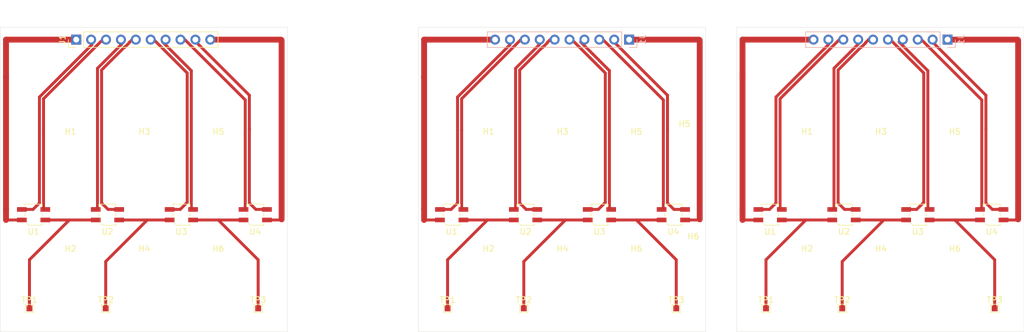
<source format=kicad_pcb>
(kicad_pcb (version 20211014) (generator pcbnew)
  (layers (0 "F.Cu" signal) (31 "B.Cu" signal) (34 "B.Paste" user) (35 "F.Paste" user) (36 "B.SilkS" user "B.Silkscreen") (37 "F.SilkS" user "F.Silkscreen") (38 "B.Mask" user) (39 "F.Mask" user) (44 "Edge.Cuts" user))
  (net 0 "")
  (net 1 "/NEG")
  (net 2 "/E4")
  (net 3 "/C4")
  (net 4 "/E3")
  (net 5 "/C3")
  (net 6 "/E2")
  (net 7 "/E1")
  (net 8 "/C1")
  (net 9 "/POS")
  (net 10 "Net-(TP1-Pad1)")
  (net 11 "Net-(TP2-Pad1)")
  (net 12 "Net-(TP3-Pad1)")
  (net 13 "Net-(U2-Pad3)")
  (footprint "OptoDevice:QRE1113GR" (layer "F.Cu") (at 135.8 92.3)
    (fp_text reference "U1" (at 0 2.9 unlocked) (layer "F.SilkS"))
    (fp_text value "QRE1113GR")
    (fp_line (start -1.45 -1.8) (end -1.45 -1.4) (layer "F.SilkS") (width 0.12))
    (fp_line (start -1.45 -1.8) (end 1.45 -1.8) (layer "F.SilkS") (width 0.12))
    (fp_line (start 1.45 -1.8) (end 1.45 -1.4) (layer "F.SilkS") (width 0.12))
    (fp_line (start 1.45 1.4) (end 1.45 1.8) (layer "F.SilkS") (width 0.12))
    (fp_line (start -0.825 1.8) (end -1.2 1.425) (layer "F.SilkS") (width 0.12))
    (fp_line (start -1.45 -0.3) (end -1.45 0.3) (layer "F.SilkS") (width 0.12))
    (fp_line (start 1.45 -0.3) (end 1.45 0.3) (layer "F.SilkS") (width 0.12))
    (fp_line (start 1.45 1.8) (end -0.825 1.8) (layer "F.SilkS") (width 0.12))
    (pad "1" smd roundrect (at -2 0.9) (size 1.66 0.79) (layers "F.Cu" "F.Paste" "F.Mask") (roundrect_rratio 0.05) (net 9 "/POS"))
    (pad "2" smd roundrect (at 2 0.9) (size 1.66 0.79) (layers "F.Cu" "F.Paste" "F.Mask") (roundrect_rratio 0.05) (net 10 "Net-(TP1-Pad1)"))
    (pad "3" smd roundrect (at 2 -0.9) (size 1.66 0.79) (layers "F.Cu" "F.Paste" "F.Mask") (roundrect_rratio 0.05) (net 8 "/C1"))
    (pad "4" smd roundrect (at -2 -0.9) (size 1.66 0.79) (layers "F.Cu" "F.Paste" "F.Mask") (roundrect_rratio 0.05) (net 7 "/E1"))
  )
  (footprint "TestPoint:TestPoint_Pad_1.0x1.0mm" (layer "F.Cu") (at 148.1 108.3)
    (fp_text reference "TP2" (at 0 -1.448) (layer "F.SilkS"))
    (fp_text value "TestPoint")
    (fp_line (start 0.7 0.7) (end -0.7 0.7) (layer "F.SilkS") (width 0.12))
    (fp_line (start 0.7 -0.7) (end 0.7 0.7) (layer "F.SilkS") (width 0.12))
    (fp_line (start -0.7 -0.7) (end 0.7 -0.7) (layer "F.SilkS") (width 0.12))
    (fp_line (start -0.7 0.7) (end -0.7 -0.7) (layer "F.SilkS") (width 0.12))
    (pad "1" smd rect locked (at 0 0) (size 1 1) (layers "F.Cu" "F.Mask") (net 11 "Net-(TP2-Pad1)"))
  )
  (footprint "Mounting_Holes:MountingHole_3.2mm_M3" (layer "F.Cu") (at 142.1 102.3)
    (fp_text reference "H2" (at 0 -4.2) (layer "F.SilkS"))
    (fp_text value "MountingHole")
    (pad "" np_thru_hole circle (at 0 0) (size 3.2 3.2) (drill 3.2) (layers *.Cu *.Mask))
  )
  (footprint "TestPoint:TestPoint_Pad_1.0x1.0mm" (layer "F.Cu") (at 63.8 108.3)
    (fp_text reference "TP1" (at 0 -1.448) (layer "F.SilkS"))
    (fp_text value "TestPoint")
    (fp_line (start 0.7 0.7) (end -0.7 0.7) (layer "F.SilkS") (width 0.12))
    (fp_line (start 0.7 -0.7) (end 0.7 0.7) (layer "F.SilkS") (width 0.12))
    (fp_line (start -0.7 0.7) (end -0.7 -0.7) (layer "F.SilkS") (width 0.12))
    (fp_line (start -0.7 -0.7) (end 0.7 -0.7) (layer "F.SilkS") (width 0.12))
    (pad "1" smd rect locked (at 0 0) (size 1 1) (layers "F.Cu" "F.Mask") (net 10 "Net-(TP1-Pad1)"))
  )
  (footprint "Mounting_Holes:MountingHole_3.2mm_M3" (layer "F.Cu") (at 96 82.3)
    (fp_text reference "H5" (at 0 -4.2) (layer "F.SilkS"))
    (fp_text value "MountingHole")
    (pad "" np_thru_hole circle (at 0 0) (size 3.2 3.2) (drill 3.2) (layers *.Cu *.Mask))
  )
  (footprint "Mounting_Holes:MountingHole_3.2mm_M3" (layer "F.Cu") (at 167.3 102.3)
    (fp_text reference "H6" (at 0 -4.2) (layer "F.SilkS"))
    (fp_text value "MountingHole")
    (pad "" np_thru_hole circle (at 0 0) (size 3.2 3.2) (drill 3.2) (layers *.Cu *.Mask))
  )
  (footprint "Mounting_Holes:MountingHole_3.2mm_M3" (layer "F.Cu") (at 221.6 102.3)
    (fp_text reference "H6" (at 0 -4.2) (layer "F.SilkS"))
    (fp_text value "MountingHole")
    (pad "" np_thru_hole circle (at 0 0) (size 3.2 3.2) (drill 3.2) (layers *.Cu *.Mask))
  )
  (footprint "OptoDevice:QRE1113GR" (layer "F.Cu") (at 215.3 92.3)
    (fp_text reference "U3" (at 0 2.9 unlocked) (layer "F.SilkS"))
    (fp_text value "QRE1113GR")
    (fp_line (start 1.45 1.4) (end 1.45 1.8) (layer "F.SilkS") (width 0.12))
    (fp_line (start 1.45 -1.8) (end 1.45 -1.4) (layer "F.SilkS") (width 0.12))
    (fp_line (start 1.45 -0.3) (end 1.45 0.3) (layer "F.SilkS") (width 0.12))
    (fp_line (start 1.45 1.8) (end -0.825 1.8) (layer "F.SilkS") (width 0.12))
    (fp_line (start -1.45 -0.3) (end -1.45 0.3) (layer "F.SilkS") (width 0.12))
    (fp_line (start -1.45 -1.8) (end -1.45 -1.4) (layer "F.SilkS") (width 0.12))
    (fp_line (start -1.45 -1.8) (end 1.45 -1.8) (layer "F.SilkS") (width 0.12))
    (fp_line (start -0.825 1.8) (end -1.2 1.425) (layer "F.SilkS") (width 0.12))
    (pad "1" smd roundrect (at -2 0.9) (size 1.66 0.79) (layers "F.Cu" "F.Paste" "F.Mask") (roundrect_rratio 0.05) (net 11 "Net-(TP2-Pad1)"))
    (pad "2" smd roundrect (at 2 0.9) (size 1.66 0.79) (layers "F.Cu" "F.Paste" "F.Mask") (roundrect_rratio 0.05) (net 12 "Net-(TP3-Pad1)"))
    (pad "3" smd roundrect (at 2 -0.9) (size 1.66 0.79) (layers "F.Cu" "F.Paste" "F.Mask") (roundrect_rratio 0.05) (net 5 "/C3"))
    (pad "4" smd roundrect (at -2 -0.9) (size 1.66 0.79) (layers "F.Cu" "F.Paste" "F.Mask") (roundrect_rratio 0.05) (net 4 "/E3"))
  )
  (footprint "Mounting_Holes:MountingHole_3.2mm_M3" (layer "F.Cu") (at 70.8 82.3)
    (fp_text reference "H1" (at 0 -4.2) (layer "F.SilkS"))
    (fp_text value "MountingHole")
    (pad "" np_thru_hole circle (at 0 0) (size 3.2 3.2) (drill 3.2) (layers *.Cu *.Mask))
  )
  (footprint "TestPoint:TestPoint_Pad_1.0x1.0mm" (layer "F.Cu") (at 76.8 108.3)
    (fp_text reference "TP2" (at 0 -1.448) (layer "F.SilkS"))
    (fp_text value "TestPoint")
    (fp_line (start -0.7 -0.7) (end 0.7 -0.7) (layer "F.SilkS") (width 0.12))
    (fp_line (start -0.7 0.7) (end -0.7 -0.7) (layer "F.SilkS") (width 0.12))
    (fp_line (start 0.7 0.7) (end -0.7 0.7) (layer "F.SilkS") (width 0.12))
    (fp_line (start 0.7 -0.7) (end 0.7 0.7) (layer "F.SilkS") (width 0.12))
    (pad "1" smd rect locked (at 0 0) (size 1 1) (layers "F.Cu" "F.Mask") (net 11 "Net-(TP2-Pad1)"))
  )
  (footprint "Connector_PinHeader_2.54mm:PinHeader_1x10_P2.54mm_Vertical" (layer "F.Cu") (at 71.775 62.4 90)
    (fp_text reference "J1" (at 0 -2.33 90) (layer "F.SilkS"))
    (fp_text value "Conn_01x10_Male")
    (fp_line (start -1.33 -1.33) (end 0 -1.33) (layer "F.SilkS") (width 0.12))
    (fp_line (start 1.33 1.27) (end 1.33 24.19) (layer "F.SilkS") (width 0.12))
    (fp_line (start -1.33 24.19) (end 1.33 24.19) (layer "F.SilkS") (width 0.12))
    (fp_line (start -1.33 0) (end -1.33 -1.33) (layer "F.SilkS") (width 0.12))
    (fp_line (start -1.33 1.27) (end -1.33 24.19) (layer "F.SilkS") (width 0.12))
    (fp_line (start -1.33 1.27) (end 1.33 1.27) (layer "F.SilkS") (width 0.12))
    (pad "1" thru_hole rect (at 0 0 90) (size 1.7 1.7) (drill 1) (layers *.Cu *.Mask) (net 1 "/NEG"))
    (pad "2" thru_hole oval (at 0 2.54 90) (size 1.7 1.7) (drill 1) (layers *.Cu *.Mask) (net 3 "/C4"))
    (pad "3" thru_hole oval (at 0 5.08 90) (size 1.7 1.7) (drill 1) (layers *.Cu *.Mask) (net 2 "/E4"))
    (pad "4" thru_hole oval (at 0 7.62 90) (size 1.7 1.7) (drill 1) (layers *.Cu *.Mask) (net 5 "/C3"))
    (pad "5" thru_hole oval (at 0 10.16 90) (size 1.7 1.7) (drill 1) (layers *.Cu *.Mask) (net 4 "/E3"))
    (pad "6" thru_hole oval (at 0 12.7 90) (size 1.7 1.7) (drill 1) (layers *.Cu *.Mask) (net 13 "Net-(U2-Pad3)"))
    (pad "7" thru_hole oval (at 0 15.24 90) (size 1.7 1.7) (drill 1) (layers *.Cu *.Mask) (net 6 "/E2"))
    (pad "8" thru_hole oval (at 0 17.78 90) (size 1.7 1.7) (drill 1) (layers *.Cu *.Mask) (net 8 "/C1"))
    (pad "9" thru_hole oval (at 0 20.32 90) (size 1.7 1.7) (drill 1) (layers *.Cu *.Mask) (net 7 "/E1"))
    (pad "10" thru_hole oval (at 0 22.86 90) (size 1.7 1.7) (drill 1) (layers *.Cu *.Mask) (net 9 "/POS"))
  )
  (footprint "OptoDevice:QRE1113GR" (layer "F.Cu") (at 161 92.3)
    (fp_text reference "U3" (at 0 2.9 unlocked) (layer "F.SilkS"))
    (fp_text value "QRE1113GR")
    (fp_line (start -0.825 1.8) (end -1.2 1.425) (layer "F.SilkS") (width 0.12))
    (fp_line (start 1.45 -0.3) (end 1.45 0.3) (layer "F.SilkS") (width 0.12))
    (fp_line (start -1.45 -1.8) (end 1.45 -1.8) (layer "F.SilkS") (width 0.12))
    (fp_line (start 1.45 1.8) (end -0.825 1.8) (layer "F.SilkS") (width 0.12))
    (fp_line (start 1.45 1.4) (end 1.45 1.8) (layer "F.SilkS") (width 0.12))
    (fp_line (start -1.45 -1.8) (end -1.45 -1.4) (layer "F.SilkS") (width 0.12))
    (fp_line (start 1.45 -1.8) (end 1.45 -1.4) (layer "F.SilkS") (width 0.12))
    (fp_line (start -1.45 -0.3) (end -1.45 0.3) (layer "F.SilkS") (width 0.12))
    (pad "1" smd roundrect (at -2 0.9) (size 1.66 0.79) (layers "F.Cu" "F.Paste" "F.Mask") (roundrect_rratio 0.05) (net 11 "Net-(TP2-Pad1)"))
    (pad "2" smd roundrect (at 2 0.9) (size 1.66 0.79) (layers "F.Cu" "F.Paste" "F.Mask") (roundrect_rratio 0.05) (net 12 "Net-(TP3-Pad1)"))
    (pad "3" smd roundrect (at 2 -0.9) (size 1.66 0.79) (layers "F.Cu" "F.Paste" "F.Mask") (roundrect_rratio 0.05) (net 5 "/C3"))
    (pad "4" smd roundrect (at -2 -0.9) (size 1.66 0.79) (layers "F.Cu" "F.Paste" "F.Mask") (roundrect_rratio 0.05) (net 4 "/E3"))
  )
  (footprint "OptoDevice:QRE1113GR" (layer "F.Cu") (at 227.9 92.3)
    (fp_text reference "U4" (at 0 2.9 unlocked) (layer "F.SilkS"))
    (fp_text value "QRE1113GR")
    (fp_line (start 1.45 1.4) (end 1.45 1.8) (layer "F.SilkS") (width 0.12))
    (fp_line (start -0.825 1.8) (end -1.2 1.425) (layer "F.SilkS") (width 0.12))
    (fp_line (start -1.45 -0.3) (end -1.45 0.3) (layer "F.SilkS") (width 0.12))
    (fp_line (start 1.45 1.8) (end -0.825 1.8) (layer "F.SilkS") (width 0.12))
    (fp_line (start -1.45 -1.8) (end 1.45 -1.8) (layer "F.SilkS") (width 0.12))
    (fp_line (start 1.45 -1.8) (end 1.45 -1.4) (layer "F.SilkS") (width 0.12))
    (fp_line (start -1.45 -1.8) (end -1.45 -1.4) (layer "F.SilkS") (width 0.12))
    (fp_line (start 1.45 -0.3) (end 1.45 0.3) (layer "F.SilkS") (width 0.12))
    (pad "1" smd roundrect (at -2 0.9) (size 1.66 0.79) (layers "F.Cu" "F.Paste" "F.Mask") (roundrect_rratio 0.05) (net 12 "Net-(TP3-Pad1)"))
    (pad "2" smd roundrect (at 2 0.9) (size 1.66 0.79) (layers "F.Cu" "F.Paste" "F.Mask") (roundrect_rratio 0.05) (net 1 "/NEG"))
    (pad "3" smd roundrect (at 2 -0.9) (size 1.66 0.79) (layers "F.Cu" "F.Paste" "F.Mask") (roundrect_rratio 0.05) (net 3 "/C4"))
    (pad "4" smd roundrect (at -2 -0.9) (size 1.66 0.79) (layers "F.Cu" "F.Paste" "F.Mask") (roundrect_rratio 0.05) (net 2 "/E4"))
  )
  (footprint "Mounting_Holes:MountingHole_3.2mm_M3" (layer "F.Cu") (at 83.4 82.3)
    (fp_text reference "H3" (at 0 -4.2) (layer "F.SilkS"))
    (fp_text value "MountingHole")
    (pad "" np_thru_hole circle (at 0 0) (size 3.2 3.2) (drill 3.2) (layers *.Cu *.Mask))
  )
  (footprint "Mounting_Holes:MountingHole_3.2mm_M3" (layer "F.Cu") (at 154.7 102.3)
    (fp_text reference "H4" (at 0 -4.2) (layer "F.SilkS"))
    (fp_text value "MountingHole")
    (pad "" np_thru_hole circle (at 0 0) (size 3.2 3.2) (drill 3.2) (layers *.Cu *.Mask))
  )
  (footprint "OptoDevice:QRE1113GR" (layer "F.Cu") (at 173.6 92.3)
    (fp_text reference "U4" (at 0 2.9 unlocked) (layer "F.SilkS"))
    (fp_text value "QRE1113GR")
    (fp_line (start 1.45 1.4) (end 1.45 1.8) (layer "F.SilkS") (width 0.12))
    (fp_line (start -1.45 -0.3) (end -1.45 0.3) (layer "F.SilkS") (width 0.12))
    (fp_line (start 1.45 1.8) (end -0.825 1.8) (layer "F.SilkS") (width 0.12))
    (fp_line (start 1.45 -0.3) (end 1.45 0.3) (layer "F.SilkS") (width 0.12))
    (fp_line (start -1.45 -1.8) (end 1.45 -1.8) (layer "F.SilkS") (width 0.12))
    (fp_line (start -1.45 -1.8) (end -1.45 -1.4) (layer "F.SilkS") (width 0.12))
    (fp_line (start 1.45 -1.8) (end 1.45 -1.4) (layer "F.SilkS") (width 0.12))
    (fp_line (start -0.825 1.8) (end -1.2 1.425) (layer "F.SilkS") (width 0.12))
    (pad "1" smd roundrect (at -2 0.9) (size 1.66 0.79) (layers "F.Cu" "F.Paste" "F.Mask") (roundrect_rratio 0.05) (net 12 "Net-(TP3-Pad1)"))
    (pad "2" smd roundrect (at 2 0.9) (size 1.66 0.79) (layers "F.Cu" "F.Paste" "F.Mask") (roundrect_rratio 0.05) (net 1 "/NEG"))
    (pad "3" smd roundrect (at 2 -0.9) (size 1.66 0.79) (layers "F.Cu" "F.Paste" "F.Mask") (roundrect_rratio 0.05) (net 3 "/C4"))
    (pad "4" smd roundrect (at -2 -0.9) (size 1.66 0.79) (layers "F.Cu" "F.Paste" "F.Mask") (roundrect_rratio 0.05) (net 2 "/E4"))
  )
  (footprint "TestPoint:TestPoint_Pad_1.0x1.0mm" (layer "F.Cu") (at 189.4 108.3)
    (fp_text reference "TP1" (at 0 -1.448) (layer "F.SilkS"))
    (fp_text value "TestPoint")
    (fp_line (start 0.7 0.7) (end -0.7 0.7) (layer "F.SilkS") (width 0.12))
    (fp_line (start -0.7 0.7) (end -0.7 -0.7) (layer "F.SilkS") (width 0.12))
    (fp_line (start 0.7 -0.7) (end 0.7 0.7) (layer "F.SilkS") (width 0.12))
    (fp_line (start -0.7 -0.7) (end 0.7 -0.7) (layer "F.SilkS") (width 0.12))
    (pad "1" smd rect locked (at 0 0) (size 1 1) (layers "F.Cu" "F.Mask") (net 10 "Net-(TP1-Pad1)"))
  )
  (footprint "TestPoint:TestPoint_Pad_1.0x1.0mm" (layer "F.Cu") (at 174.1 108.3)
    (fp_text reference "TP3" (at 0 -1.448) (layer "F.SilkS"))
    (fp_text value "TestPoint")
    (fp_line (start 0.7 0.7) (end -0.7 0.7) (layer "F.SilkS") (width 0.12))
    (fp_line (start 0.7 -0.7) (end 0.7 0.7) (layer "F.SilkS") (width 0.12))
    (fp_line (start -0.7 -0.7) (end 0.7 -0.7) (layer "F.SilkS") (width 0.12))
    (fp_line (start -0.7 0.7) (end -0.7 -0.7) (layer "F.SilkS") (width 0.12))
    (pad "1" smd rect locked (at 0 0) (size 1 1) (layers "F.Cu" "F.Mask") (net 12 "Net-(TP3-Pad1)"))
  )
  (footprint "OptoDevice:QRE1113GR" (layer "F.Cu") (at 202.7 92.3)
    (fp_text reference "U2" (at 0 2.9 unlocked) (layer "F.SilkS"))
    (fp_text value "QRE1113GR")
    (fp_line (start 1.45 -1.8) (end 1.45 -1.4) (layer "F.SilkS") (width 0.12))
    (fp_line (start -1.45 -0.3) (end -1.45 0.3) (layer "F.SilkS") (width 0.12))
    (fp_line (start 1.45 -0.3) (end 1.45 0.3) (layer "F.SilkS") (width 0.12))
    (fp_line (start -1.45 -1.8) (end -1.45 -1.4) (layer "F.SilkS") (width 0.12))
    (fp_line (start 1.45 1.8) (end -0.825 1.8) (layer "F.SilkS") (width 0.12))
    (fp_line (start -0.825 1.8) (end -1.2 1.425) (layer "F.SilkS") (width 0.12))
    (fp_line (start -1.45 -1.8) (end 1.45 -1.8) (layer "F.SilkS") (width 0.12))
    (fp_line (start 1.45 1.4) (end 1.45 1.8) (layer "F.SilkS") (width 0.12))
    (pad "1" smd roundrect (at -2 0.9) (size 1.66 0.79) (layers "F.Cu" "F.Paste" "F.Mask") (roundrect_rratio 0.05) (net 10 "Net-(TP1-Pad1)"))
    (pad "2" smd roundrect (at 2 0.9) (size 1.66 0.79) (layers "F.Cu" "F.Paste" "F.Mask") (roundrect_rratio 0.05) (net 11 "Net-(TP2-Pad1)"))
    (pad "3" smd roundrect (at 2 -0.9) (size 1.66 0.79) (layers "F.Cu" "F.Paste" "F.Mask") (roundrect_rratio 0.05) (net 13 "Net-(U2-Pad3)"))
    (pad "4" smd roundrect (at -2 -0.9) (size 1.66 0.79) (layers "F.Cu" "F.Paste" "F.Mask") (roundrect_rratio 0.05) (net 6 "/E2"))
  )
  (footprint "Mounting_Holes:MountingHole_3.2mm_M3" (layer "F.Cu") (at 209 102.3)
    (fp_text reference "H4" (at 0 -4.2) (layer "F.SilkS"))
    (fp_text value "MountingHole")
    (pad "" np_thru_hole circle (at 0 0) (size 3.2 3.2) (drill 3.2) (layers *.Cu *.Mask))
  )
  (footprint "TestPoint:TestPoint_Pad_1.0x1.0mm" (layer "F.Cu") (at 135.1 108.3)
    (fp_text reference "TP1" (at 0 -1.448) (layer "F.SilkS"))
    (fp_text value "TestPoint")
    (fp_line (start 0.7 0.7) (end -0.7 0.7) (layer "F.SilkS") (width 0.12))
    (fp_line (start -0.7 -0.7) (end 0.7 -0.7) (layer "F.SilkS") (width 0.12))
    (fp_line (start -0.7 0.7) (end -0.7 -0.7) (layer "F.SilkS") (width 0.12))
    (fp_line (start 0.7 -0.7) (end 0.7 0.7) (layer "F.SilkS") (width 0.12))
    (pad "1" smd rect locked (at 0 0) (size 1 1) (layers "F.Cu" "F.Mask") (net 10 "Net-(TP1-Pad1)"))
  )
  (footprint "Mounting_Holes:MountingHole_3.2mm_M3" (layer "F.Cu") (at 96 102.3)
    (fp_text reference "H6" (at 0 -4.2) (layer "F.SilkS"))
    (fp_text value "MountingHole")
    (pad "" np_thru_hole circle (at 0 0) (size 3.2 3.2) (drill 3.2) (layers *.Cu *.Mask))
  )
  (footprint "OptoDevice:QRE1113GR" (layer "F.Cu") (at 77.1 92.3)
    (fp_text reference "U2" (at 0 2.9 unlocked) (layer "F.SilkS"))
    (fp_text value "QRE1113GR")
    (fp_line (start -1.45 -0.3) (end -1.45 0.3) (layer "F.SilkS") (width 0.12))
    (fp_line (start -0.825 1.8) (end -1.2 1.425) (layer "F.SilkS") (width 0.12))
    (fp_line (start 1.45 -0.3) (end 1.45 0.3) (layer "F.SilkS") (width 0.12))
    (fp_line (start 1.45 1.4) (end 1.45 1.8) (layer "F.SilkS") (width 0.12))
    (fp_line (start -1.45 -1.8) (end -1.45 -1.4) (layer "F.SilkS") (width 0.12))
    (fp_line (start 1.45 -1.8) (end 1.45 -1.4) (layer "F.SilkS") (width 0.12))
    (fp_line (start 1.45 1.8) (end -0.825 1.8) (layer "F.SilkS") (width 0.12))
    (fp_line (start -1.45 -1.8) (end 1.45 -1.8) (layer "F.SilkS") (width 0.12))
    (pad "1" smd roundrect (at -2 0.9) (size 1.66 0.79) (layers "F.Cu" "F.Paste" "F.Mask") (roundrect_rratio 0.05) (net 10 "Net-(TP1-Pad1)"))
    (pad "2" smd roundrect (at 2 0.9) (size 1.66 0.79) (layers "F.Cu" "F.Paste" "F.Mask") (roundrect_rratio 0.05) (net 11 "Net-(TP2-Pad1)"))
    (pad "3" smd roundrect (at 2 -0.9) (size 1.66 0.79) (layers "F.Cu" "F.Paste" "F.Mask") (roundrect_rratio 0.05) (net 13 "Net-(U2-Pad3)"))
    (pad "4" smd roundrect (at -2 -0.9) (size 1.66 0.79) (layers "F.Cu" "F.Paste" "F.Mask") (roundrect_rratio 0.05) (net 6 "/E2"))
  )
  (footprint "Mounting_Holes:MountingHole_3.2mm_M3" (layer "F.Cu") (at 221.6 82.3)
    (fp_text reference "H5" (at 0 -4.2) (layer "F.SilkS"))
    (fp_text value "MountingHole")
    (pad "" np_thru_hole circle (at 0 0) (size 3.2 3.2) (drill 3.2) (layers *.Cu *.Mask))
  )
  (footprint "OptoDevice:QRE1113GR" (layer "F.Cu") (at 64.5 92.3)
    (fp_text reference "U1" (at 0 2.9 unlocked) (layer "F.SilkS"))
    (fp_text value "QRE1113GR")
    (fp_line (start 1.45 1.4) (end 1.45 1.8) (layer "F.SilkS") (width 0.12))
    (fp_line (start -0.825 1.8) (end -1.2 1.425) (layer "F.SilkS") (width 0.12))
    (fp_line (start 1.45 -1.8) (end 1.45 -1.4) (layer "F.SilkS") (width 0.12))
    (fp_line (start 1.45 -0.3) (end 1.45 0.3) (layer "F.SilkS") (width 0.12))
    (fp_line (start 1.45 1.8) (end -0.825 1.8) (layer "F.SilkS") (width 0.12))
    (fp_line (start -1.45 -0.3) (end -1.45 0.3) (layer "F.SilkS") (width 0.12))
    (fp_line (start -1.45 -1.8) (end 1.45 -1.8) (layer "F.SilkS") (width 0.12))
    (fp_line (start -1.45 -1.8) (end -1.45 -1.4) (layer "F.SilkS") (width 0.12))
    (pad "1" smd roundrect (at -2 0.9) (size 1.66 0.79) (layers "F.Cu" "F.Paste" "F.Mask") (roundrect_rratio 0.05) (net 9 "/POS"))
    (pad "2" smd roundrect (at 2 0.9) (size 1.66 0.79) (layers "F.Cu" "F.Paste" "F.Mask") (roundrect_rratio 0.05) (net 10 "Net-(TP1-Pad1)"))
    (pad "3" smd roundrect (at 2 -0.9) (size 1.66 0.79) (layers "F.Cu" "F.Paste" "F.Mask") (roundrect_rratio 0.05) (net 8 "/C1"))
    (pad "4" smd roundrect (at -2 -0.9) (size 1.66 0.79) (layers "F.Cu" "F.Paste" "F.Mask") (roundrect_rratio 0.05) (net 7 "/E1"))
  )
  (footprint "Mounting_Holes:MountingHole_3.2mm_M3" (layer "F.Cu") (at 154.7 82.3)
    (fp_text reference "H3" (at 0 -4.2) (layer "F.SilkS"))
    (fp_text value "MountingHole")
    (pad "" np_thru_hole circle (at 0 0) (size 3.2 3.2) (drill 3.2) (layers *.Cu *.Mask))
  )
  (footprint "Mounting_Holes:MountingHole_3.2mm_M3" (layer "F.Cu") (at 177 100.2)
    (fp_text reference "H6" (at 0 -4.2) (layer "F.SilkS"))
    (fp_text value "MountingHole")
    (pad "" np_thru_hole circle (at 0 0) (size 3.2 3.2) (drill 3.2) (layers *.Cu *.Mask))
  )
  (footprint "Mounting_Holes:MountingHole_3.2mm_M3" (layer "F.Cu") (at 167.3 82.3)
    (fp_text reference "H5" (at 0 -4.2) (layer "F.SilkS"))
    (fp_text value "MountingHole")
    (pad "" np_thru_hole circle (at 0 0) (size 3.2 3.2) (drill 3.2) (layers *.Cu *.Mask))
  )
  (footprint "Mounting_Holes:MountingHole_3.2mm_M3" (layer "F.Cu") (at 83.4 102.3)
    (fp_text reference "H4" (at 0 -4.2) (layer "F.SilkS"))
    (fp_text value "MountingHole")
    (pad "" np_thru_hole circle (at 0 0) (size 3.2 3.2) (drill 3.2) (layers *.Cu *.Mask))
  )
  (footprint "OptoDevice:QRE1113GR" (layer "F.Cu") (at 89.7 92.3)
    (fp_text reference "U3" (at 0 2.9 unlocked) (layer "F.SilkS"))
    (fp_text value "QRE1113GR")
    (fp_line (start -1.45 -0.3) (end -1.45 0.3) (layer "F.SilkS") (width 0.12))
    (fp_line (start -1.45 -1.8) (end 1.45 -1.8) (layer "F.SilkS") (width 0.12))
    (fp_line (start 1.45 -0.3) (end 1.45 0.3) (layer "F.SilkS") (width 0.12))
    (fp_line (start 1.45 1.8) (end -0.825 1.8) (layer "F.SilkS") (width 0.12))
    (fp_line (start -1.45 -1.8) (end -1.45 -1.4) (layer "F.SilkS") (width 0.12))
    (fp_line (start -0.825 1.8) (end -1.2 1.425) (layer "F.SilkS") (width 0.12))
    (fp_line (start 1.45 -1.8) (end 1.45 -1.4) (layer "F.SilkS") (width 0.12))
    (fp_line (start 1.45 1.4) (end 1.45 1.8) (layer "F.SilkS") (width 0.12))
    (pad "1" smd roundrect (at -2 0.9) (size 1.66 0.79) (layers "F.Cu" "F.Paste" "F.Mask") (roundrect_rratio 0.05) (net 11 "Net-(TP2-Pad1)"))
    (pad "2" smd roundrect (at 2 0.9) (size 1.66 0.79) (layers "F.Cu" "F.Paste" "F.Mask") (roundrect_rratio 0.05) (net 12 "Net-(TP3-Pad1)"))
    (pad "3" smd roundrect (at 2 -0.9) (size 1.66 0.79) (layers "F.Cu" "F.Paste" "F.Mask") (roundrect_rratio 0.05) (net 5 "/C3"))
    (pad "4" smd roundrect (at -2 -0.9) (size 1.66 0.79) (layers "F.Cu" "F.Paste" "F.Mask") (roundrect_rratio 0.05) (net 4 "/E3"))
  )
  (footprint "Mounting_Holes:MountingHole_3.2mm_M3" (layer "F.Cu") (at 70.8 102.3)
    (fp_text reference "H2" (at 0 -4.2) (layer "F.SilkS"))
    (fp_text value "MountingHole")
    (pad "" np_thru_hole circle (at 0 0) (size 3.2 3.2) (drill 3.2) (layers *.Cu *.Mask))
  )
  (footprint "OptoDevice:QRE1113GR" (layer "F.Cu") (at 102.3 92.3)
    (fp_text reference "U4" (at 0 2.9 unlocked) (layer "F.SilkS"))
    (fp_text value "QRE1113GR")
    (fp_line (start 1.45 1.4) (end 1.45 1.8) (layer "F.SilkS") (width 0.12))
    (fp_line (start -0.825 1.8) (end -1.2 1.425) (layer "F.SilkS") (width 0.12))
    (fp_line (start -1.45 -0.3) (end -1.45 0.3) (layer "F.SilkS") (width 0.12))
    (fp_line (start -1.45 -1.8) (end -1.45 -1.4) (layer "F.SilkS") (width 0.12))
    (fp_line (start 1.45 1.8) (end -0.825 1.8) (layer "F.SilkS") (width 0.12))
    (fp_line (start 1.45 -0.3) (end 1.45 0.3) (layer "F.SilkS") (width 0.12))
    (fp_line (start 1.45 -1.8) (end 1.45 -1.4) (layer "F.SilkS") (width 0.12))
    (fp_line (start -1.45 -1.8) (end 1.45 -1.8) (layer "F.SilkS") (width 0.12))
    (pad "1" smd roundrect (at -2 0.9) (size 1.66 0.79) (layers "F.Cu" "F.Paste" "F.Mask") (roundrect_rratio 0.05) (net 12 "Net-(TP3-Pad1)"))
    (pad "2" smd roundrect (at 2 0.9) (size 1.66 0.79) (layers "F.Cu" "F.Paste" "F.Mask") (roundrect_rratio 0.05) (net 1 "/NEG"))
    (pad "3" smd roundrect (at 2 -0.9) (size 1.66 0.79) (layers "F.Cu" "F.Paste" "F.Mask") (roundrect_rratio 0.05) (net 3 "/C4"))
    (pad "4" smd roundrect (at -2 -0.9) (size 1.66 0.79) (layers "F.Cu" "F.Paste" "F.Mask") (roundrect_rratio 0.05) (net 2 "/E4"))
  )
  (footprint "Mounting_Holes:MountingHole_3.2mm_M3" (layer "F.Cu") (at 196.4 82.3)
    (fp_text reference "H1" (at 0 -4.2) (layer "F.SilkS"))
    (fp_text value "MountingHole")
    (pad "" np_thru_hole circle (at 0 0) (size 3.2 3.2) (drill 3.2) (layers *.Cu *.Mask))
  )
  (footprint "Mounting_Holes:MountingHole_3.2mm_M3" (layer "F.Cu") (at 209 82.3)
    (fp_text reference "H3" (at 0 -4.2) (layer "F.SilkS"))
    (fp_text value "MountingHole")
    (pad "" np_thru_hole circle (at 0 0) (size 3.2 3.2) (drill 3.2) (layers *.Cu *.Mask))
  )
  (footprint "TestPoint:TestPoint_Pad_1.0x1.0mm" (layer "F.Cu") (at 202.4 108.3)
    (fp_text reference "TP2" (at 0 -1.448) (layer "F.SilkS"))
    (fp_text value "TestPoint")
    (fp_line (start 0.7 -0.7) (end 0.7 0.7) (layer "F.SilkS") (width 0.12))
    (fp_line (start -0.7 0.7) (end -0.7 -0.7) (layer "F.SilkS") (width 0.12))
    (fp_line (start -0.7 -0.7) (end 0.7 -0.7) (layer "F.SilkS") (width 0.12))
    (fp_line (start 0.7 0.7) (end -0.7 0.7) (layer "F.SilkS") (width 0.12))
    (pad "1" smd rect locked (at 0 0) (size 1 1) (layers "F.Cu" "F.Mask") (net 11 "Net-(TP2-Pad1)"))
  )
  (footprint "TestPoint:TestPoint_Pad_1.0x1.0mm" (layer "F.Cu") (at 228.4 108.3)
    (fp_text reference "TP3" (at 0 -1.448) (layer "F.SilkS"))
    (fp_text value "TestPoint")
    (fp_line (start -0.7 -0.7) (end 0.7 -0.7) (layer "F.SilkS") (width 0.12))
    (fp_line (start 0.7 0.7) (end -0.7 0.7) (layer "F.SilkS") (width 0.12))
    (fp_line (start -0.7 0.7) (end -0.7 -0.7) (layer "F.SilkS") (width 0.12))
    (fp_line (start 0.7 -0.7) (end 0.7 0.7) (layer "F.SilkS") (width 0.12))
    (pad "1" smd rect locked (at 0 0) (size 1 1) (layers "F.Cu" "F.Mask") (net 12 "Net-(TP3-Pad1)"))
  )
  (footprint "OptoDevice:QRE1113GR" (layer "F.Cu") (at 148.4 92.3)
    (fp_text reference "U2" (at 0 2.9 unlocked) (layer "F.SilkS"))
    (fp_text value "QRE1113GR")
    (fp_line (start 1.45 -0.3) (end 1.45 0.3) (layer "F.SilkS") (width 0.12))
    (fp_line (start -0.825 1.8) (end -1.2 1.425) (layer "F.SilkS") (width 0.12))
    (fp_line (start -1.45 -0.3) (end -1.45 0.3) (layer "F.SilkS") (width 0.12))
    (fp_line (start 1.45 1.4) (end 1.45 1.8) (layer "F.SilkS") (width 0.12))
    (fp_line (start 1.45 -1.8) (end 1.45 -1.4) (layer "F.SilkS") (width 0.12))
    (fp_line (start -1.45 -1.8) (end 1.45 -1.8) (layer "F.SilkS") (width 0.12))
    (fp_line (start 1.45 1.8) (end -0.825 1.8) (layer "F.SilkS") (width 0.12))
    (fp_line (start -1.45 -1.8) (end -1.45 -1.4) (layer "F.SilkS") (width 0.12))
    (pad "1" smd roundrect (at -2 0.9) (size 1.66 0.79) (layers "F.Cu" "F.Paste" "F.Mask") (roundrect_rratio 0.05) (net 10 "Net-(TP1-Pad1)"))
    (pad "2" smd roundrect (at 2 0.9) (size 1.66 0.79) (layers "F.Cu" "F.Paste" "F.Mask") (roundrect_rratio 0.05) (net 11 "Net-(TP2-Pad1)"))
    (pad "3" smd roundrect (at 2 -0.9) (size 1.66 0.79) (layers "F.Cu" "F.Paste" "F.Mask") (roundrect_rratio 0.05) (net 13 "Net-(U2-Pad3)"))
    (pad "4" smd roundrect (at -2 -0.9) (size 1.66 0.79) (layers "F.Cu" "F.Paste" "F.Mask") (roundrect_rratio 0.05) (net 6 "/E2"))
  )
  (footprint "Mounting_Holes:MountingHole_3.2mm_M3" (layer "F.Cu") (at 175.5 81)
    (fp_text reference "H5" (at 0 -4.2) (layer "F.SilkS"))
    (fp_text value "MountingHole")
    (pad "" np_thru_hole circle (at 0 0) (size 3.2 3.2) (drill 3.2) (layers *.Cu *.Mask))
  )
  (footprint "Mounting_Holes:MountingHole_3.2mm_M3" (layer "F.Cu") (at 196.4 102.3)
    (fp_text reference "H2" (at 0 -4.2) (layer "F.SilkS"))
    (fp_text value "MountingHole")
    (pad "" np_thru_hole circle (at 0 0) (size 3.2 3.2) (drill 3.2) (layers *.Cu *.Mask))
  )
  (footprint "Mounting_Holes:MountingHole_3.2mm_M3" (layer "F.Cu") (at 142.1 82.3)
    (fp_text reference "H1" (at 0 -4.2) (layer "F.SilkS"))
    (fp_text value "MountingHole")
    (pad "" np_thru_hole circle (at 0 0) (size 3.2 3.2) (drill 3.2) (layers *.Cu *.Mask))
  )
  (footprint "OptoDevice:QRE1113GR" (layer "F.Cu") (at 190.1 92.3)
    (fp_text reference "U1" (at 0 2.9 unlocked) (layer "F.SilkS"))
    (fp_text value "QRE1113GR")
    (fp_line (start -1.45 -1.8) (end 1.45 -1.8) (layer "F.SilkS") (width 0.12))
    (fp_line (start 1.45 -1.8) (end 1.45 -1.4) (layer "F.SilkS") (width 0.12))
    (fp_line (start 1.45 -0.3) (end 1.45 0.3) (layer "F.SilkS") (width 0.12))
    (fp_line (start 1.45 1.4) (end 1.45 1.8) (layer "F.SilkS") (width 0.12))
    (fp_line (start -0.825 1.8) (end -1.2 1.425) (layer "F.SilkS") (width 0.12))
    (fp_line (start -1.45 -1.8) (end -1.45 -1.4) (layer "F.SilkS") (width 0.12))
    (fp_line (start 1.45 1.8) (end -0.825 1.8) (layer "F.SilkS") (width 0.12))
    (fp_line (start -1.45 -0.3) (end -1.45 0.3) (layer "F.SilkS") (width 0.12))
    (pad "1" smd roundrect (at -2 0.9) (size 1.66 0.79) (layers "F.Cu" "F.Paste" "F.Mask") (roundrect_rratio 0.05) (net 9 "/POS"))
    (pad "2" smd roundrect (at 2 0.9) (size 1.66 0.79) (layers "F.Cu" "F.Paste" "F.Mask") (roundrect_rratio 0.05) (net 10 "Net-(TP1-Pad1)"))
    (pad "3" smd roundrect (at 2 -0.9) (size 1.66 0.79) (layers "F.Cu" "F.Paste" "F.Mask") (roundrect_rratio 0.05) (net 8 "/C1"))
    (pad "4" smd roundrect (at -2 -0.9) (size 1.66 0.79) (layers "F.Cu" "F.Paste" "F.Mask") (roundrect_rratio 0.05) (net 7 "/E1"))
  )
  (footprint "TestPoint:TestPoint_Pad_1.0x1.0mm" (layer "F.Cu") (at 102.8 108.3)
    (fp_text reference "TP3" (at 0 -1.448) (layer "F.SilkS"))
    (fp_text value "TestPoint")
    (fp_line (start -0.7 -0.7) (end 0.7 -0.7) (layer "F.SilkS") (width 0.12))
    (fp_line (start 0.7 0.7) (end -0.7 0.7) (layer "F.SilkS") (width 0.12))
    (fp_line (start -0.7 0.7) (end -0.7 -0.7) (layer "F.SilkS") (width 0.12))
    (fp_line (start 0.7 -0.7) (end 0.7 0.7) (layer "F.SilkS") (width 0.12))
    (pad "1" smd rect locked (at 0 0) (size 1 1) (layers "F.Cu" "F.Mask") (net 12 "Net-(TP3-Pad1)"))
  )
  (footprint "Connector_PinHeader_2.54mm:PinHeader_1x10_P2.54mm_Vertical" (layer "B.Cu") (at 220.36 62.4 90)
    (fp_text reference "J1" (at 0 2.33 90) (layer "B.SilkS") (effects (justify mirror)))
    (fp_text value "Conn_01x10_Male")
    (fp_line (start -1.33 -24.19) (end 1.33 -24.19) (layer "B.SilkS") (width 0.12))
    (fp_line (start -1.33 -1.27) (end 1.33 -1.27) (layer "B.SilkS") (width 0.12))
    (fp_line (start -1.33 1.33) (end 0 1.33) (layer "B.SilkS") (width 0.12))
    (fp_line (start -1.33 -1.27) (end -1.33 -24.19) (layer "B.SilkS") (width 0.12))
    (fp_line (start 1.33 -1.27) (end 1.33 -24.19) (layer "B.SilkS") (width 0.12))
    (fp_line (start -1.33 0) (end -1.33 1.33) (layer "B.SilkS") (width 0.12))
    (pad "1" thru_hole rect (at 0 0 90) (size 1.7 1.7) (drill 1) (layers *.Cu *.Mask) (net 1 "/NEG"))
    (pad "2" thru_hole oval (at 0 -2.54 90) (size 1.7 1.7) (drill 1) (layers *.Cu *.Mask) (net 3 "/C4"))
    (pad "3" thru_hole oval (at 0 -5.08 90) (size 1.7 1.7) (drill 1) (layers *.Cu *.Mask) (net 2 "/E4"))
    (pad "4" thru_hole oval (at 0 -7.62 90) (size 1.7 1.7) (drill 1) (layers *.Cu *.Mask) (net 5 "/C3"))
    (pad "5" thru_hole oval (at 0 -10.16 90) (size 1.7 1.7) (drill 1) (layers *.Cu *.Mask) (net 4 "/E3"))
    (pad "6" thru_hole oval (at 0 -12.7 90) (size 1.7 1.7) (drill 1) (layers *.Cu *.Mask) (net 13 "Net-(U2-Pad3)"))
    (pad "7" thru_hole oval (at 0 -15.24 90) (size 1.7 1.7) (drill 1) (layers *.Cu *.Mask) (net 6 "/E2"))
    (pad "8" thru_hole oval (at 0 -17.78 90) (size 1.7 1.7) (drill 1) (layers *.Cu *.Mask) (net 8 "/C1"))
    (pad "9" thru_hole oval (at 0 -20.32 90) (size 1.7 1.7) (drill 1) (layers *.Cu *.Mask) (net 7 "/E1"))
    (pad "10" thru_hole oval (at 0 -22.86 90) (size 1.7 1.7) (drill 1) (layers *.Cu *.Mask) (net 9 "/POS"))
  )
  (footprint "Connector_PinHeader_2.54mm:PinHeader_1x10_P2.54mm_Vertical" (layer "B.Cu") (at 166.06 62.4 90)
    (fp_text reference "J1" (at 0 2.33 90) (layer "B.SilkS") (effects (justify mirror)))
    (fp_text value "Conn_01x10_Male")
    (fp_line (start -1.33 0) (end -1.33 1.33) (layer "B.SilkS") (width 0.12))
    (fp_line (start 1.33 -1.27) (end 1.33 -24.19) (layer "B.SilkS") (width 0.12))
    (fp_line (start -1.33 1.33) (end 0 1.33) (layer "B.SilkS") (width 0.12))
    (fp_line (start -1.33 -1.27) (end -1.33 -24.19) (layer "B.SilkS") (width 0.12))
    (fp_line (start -1.33 -1.27) (end 1.33 -1.27) (layer "B.SilkS") (width 0.12))
    (fp_line (start -1.33 -24.19) (end 1.33 -24.19) (layer "B.SilkS") (width 0.12))
    (pad "1" thru_hole rect (at 0 0 90) (size 1.7 1.7) (drill 1) (layers *.Cu *.Mask) (net 1 "/NEG"))
    (pad "2" thru_hole oval (at 0 -2.54 90) (size 1.7 1.7) (drill 1) (layers *.Cu *.Mask) (net 3 "/C4"))
    (pad "3" thru_hole oval (at 0 -5.08 90) (size 1.7 1.7) (drill 1) (layers *.Cu *.Mask) (net 2 "/E4"))
    (pad "4" thru_hole oval (at 0 -7.62 90) (size 1.7 1.7) (drill 1) (layers *.Cu *.Mask) (net 5 "/C3"))
    (pad "5" thru_hole oval (at 0 -10.16 90) (size 1.7 1.7) (drill 1) (layers *.Cu *.Mask) (net 4 "/E3"))
    (pad "6" thru_hole oval (at 0 -12.7 90) (size 1.7 1.7) (drill 1) (layers *.Cu *.Mask) (net 13 "Net-(U2-Pad3)"))
    (pad "7" thru_hole oval (at 0 -15.24 90) (size 1.7 1.7) (drill 1) (layers *.Cu *.Mask) (net 6 "/E2"))
    (pad "8" thru_hole oval (at 0 -17.78 90) (size 1.7 1.7) (drill 1) (layers *.Cu *.Mask) (net 8 "/C1"))
    (pad "9" thru_hole oval (at 0 -20.32 90) (size 1.7 1.7) (drill 1) (layers *.Cu *.Mask) (net 7 "/E1"))
    (pad "10" thru_hole oval (at 0 -22.86 90) (size 1.7 1.7) (drill 1) (layers *.Cu *.Mask) (net 9 "/POS"))
  )
  (gr_rect (start 184.4 60.3) (end 233.4 112.3) (layer "Edge.Cuts") (width 0.05) (fill none))
  (gr_rect (start 58.8 60.3) (end 107.8 112.3) (layer "Edge.Cuts") (width 0.05) (fill none))
  (gr_rect (start 130.1 60.3) (end 179.1 112.3) (layer "Edge.Cuts") (width 0.05) (fill none))
  (segment (start 106.7 93.2) (end 106.8 93.1) (width 0.5) (layer "F.Cu") (net 1))
  (segment (start 178.1 62.5) (end 178.1 93.1) (width 1) (layer "F.Cu") (net 1))
  (segment (start 178 62.4) (end 178.1 62.5) (width 0.25) (layer "F.Cu") (net 1))
  (segment (start 232.3 93.2) (end 232.4 93.1) (width 0.5) (layer "F.Cu") (net 1))
  (segment (start 106.7 62.4) (end 106.8 62.5) (width 0.25) (layer "F.Cu") (net 1))
  (segment (start 166.06 62.4) (end 178 62.4) (width 1) (layer "F.Cu") (net 1))
  (segment (start 104.3 93.2) (end 106.7 93.2) (width 0.5) (layer "F.Cu") (net 1))
  (segment (start 106.8 62.5) (end 106.8 93.1) (width 1) (layer "F.Cu") (net 1))
  (segment (start 229.9 93.2) (end 232.3 93.2) (width 0.5) (layer "F.Cu") (net 1))
  (segment (start 175.6 93.2) (end 178 93.2) (width 0.5) (layer "F.Cu") (net 1))
  (segment (start 232.3 62.4) (end 232.4 62.5) (width 0.25) (layer "F.Cu") (net 1))
  (segment (start 232.4 62.5) (end 232.4 93.1) (width 1) (layer "F.Cu") (net 1))
  (segment (start 94.76 62.4) (end 106.7 62.4) (width 1) (layer "F.Cu") (net 1))
  (segment (start 220.36 62.4) (end 232.3 62.4) (width 1) (layer "F.Cu") (net 1))
  (segment (start 178 93.2) (end 178.1 93.1) (width 0.5) (layer "F.Cu") (net 1))
  (segment (start 226.2 91.1) (end 225.9 91.4) (width 0.5) (layer "F.Cu") (net 2))
  (segment (start 171.9 91.1) (end 171.6 91.4) (width 0.5) (layer "F.Cu") (net 2))
  (segment (start 89.68 62.4) (end 90.3 62.4) (width 0.5) (layer "F.Cu") (net 2))
  (segment (start 215.28 62.4) (end 215.9 62.4) (width 0.5) (layer "F.Cu") (net 2))
  (segment (start 90.3 62.4) (end 100.6 72.7) (width 0.5) (layer "F.Cu") (net 2))
  (segment (start 171.9 72.7) (end 171.9 91.1) (width 0.5) (layer "F.Cu") (net 2))
  (segment (start 161.6 62.4) (end 171.9 72.7) (width 0.5) (layer "F.Cu") (net 2))
  (segment (start 226.2 72.7) (end 226.2 91.1) (width 0.5) (layer "F.Cu") (net 2))
  (segment (start 160.98 62.4) (end 161.6 62.4) (width 0.5) (layer "F.Cu") (net 2))
  (segment (start 100.6 72.7) (end 100.6 91.1) (width 0.5) (layer "F.Cu") (net 2))
  (segment (start 100.6 91.1) (end 100.3 91.4) (width 0.5) (layer "F.Cu") (net 2))
  (segment (start 215.9 62.4) (end 226.2 72.7) (width 0.5) (layer "F.Cu") (net 2))
  (segment (start 226.9 71.9) (end 226.9 77.67904) (width 0.5) (layer "F.Cu") (net 3))
  (segment (start 101.29952 90.3) (end 102.39952 91.4) (width 0.5) (layer "F.Cu") (net 3))
  (segment (start 173.69952 91.4) (end 175.6 91.4) (width 0.5) (layer "F.Cu") (net 3))
  (segment (start 92.22 62.4) (end 91.8 62.4) (width 0.5) (layer "F.Cu") (net 3))
  (segment (start 101.3 77.67904) (end 101.29952 77.67952) (width 0.5) (layer "F.Cu") (net 3))
  (segment (start 91.8 62.4) (end 101.3 71.9) (width 0.5) (layer "F.Cu") (net 3))
  (segment (start 172.6 77.67904) (end 172.59952 77.67952) (width 0.5) (layer "F.Cu") (net 3))
  (segment (start 101.3 71.9) (end 101.3 77.67904) (width 0.5) (layer "F.Cu") (net 3))
  (segment (start 101.29952 77.67952) (end 101.29952 90.3) (width 0.5) (layer "F.Cu") (net 3))
  (segment (start 226.89952 90.3) (end 227.99952 91.4) (width 0.5) (layer "F.Cu") (net 3))
  (segment (start 102.39952 91.4) (end 104.3 91.4) (width 0.5) (layer "F.Cu") (net 3))
  (segment (start 217.4 62.4) (end 226.9 71.9) (width 0.5) (layer "F.Cu") (net 3))
  (segment (start 227.99952 91.4) (end 229.9 91.4) (width 0.5) (layer "F.Cu") (net 3))
  (segment (start 163.52 62.4) (end 163.1 62.4) (width 0.5) (layer "F.Cu") (net 3))
  (segment (start 172.59952 77.67952) (end 172.59952 90.3) (width 0.5) (layer "F.Cu") (net 3))
  (segment (start 172.59952 90.3) (end 173.69952 91.4) (width 0.5) (layer "F.Cu") (net 3))
  (segment (start 226.89952 77.67952) (end 226.89952 90.3) (width 0.5) (layer "F.Cu") (net 3))
  (segment (start 217.82 62.4) (end 217.4 62.4) (width 0.5) (layer "F.Cu") (net 3))
  (segment (start 163.1 62.4) (end 172.6 71.9) (width 0.5) (layer "F.Cu") (net 3))
  (segment (start 172.6 71.9) (end 172.6 77.67904) (width 0.5) (layer "F.Cu") (net 3))
  (segment (start 226.9 77.67904) (end 226.89952 77.67952) (width 0.5) (layer "F.Cu") (net 3))
  (segment (start 160.8 91.4) (end 159 91.4) (width 0.5) (layer "F.Cu") (net 4))
  (segment (start 210.6 62.4) (end 216.30048 68.10048) (width 0.5) (layer "F.Cu") (net 4))
  (segment (start 155.9 62.4) (end 156.3 62.4) (width 0.5) (layer "F.Cu") (net 4))
  (segment (start 89.5 91.4) (end 87.7 91.4) (width 0.5) (layer "F.Cu") (net 4))
  (segment (start 216.30048 90.19952) (end 215.1 91.4) (width 0.5) (layer "F.Cu") (net 4))
  (segment (start 210.2 62.4) (end 210.6 62.4) (width 0.5) (layer "F.Cu") (net 4))
  (segment (start 215.1 91.4) (end 213.3 91.4) (width 0.5) (layer "F.Cu") (net 4))
  (segment (start 90.70048 90.19952) (end 89.5 91.4) (width 0.5) (layer "F.Cu") (net 4))
  (segment (start 85 62.4) (end 90.70048 68.10048) (width 0.5) (layer "F.Cu") (net 4))
  (segment (start 162.00048 68.10048) (end 162.00048 90.19952) (width 0.5) (layer "F.Cu") (net 4))
  (segment (start 84.6 62.4) (end 85 62.4) (width 0.5) (layer "F.Cu") (net 4))
  (segment (start 156.3 62.4) (end 162.00048 68.10048) (width 0.5) (layer "F.Cu") (net 4))
  (segment (start 216.30048 68.10048) (end 216.30048 90.19952) (width 0.5) (layer "F.Cu") (net 4))
  (segment (start 90.70048 68.10048) (end 90.70048 90.19952) (width 0.5) (layer "F.Cu") (net 4))
  (segment (start 162.00048 90.19952) (end 160.8 91.4) (width 0.5) (layer "F.Cu") (net 4))
  (segment (start 217 67.7) (end 217 91.1) (width 0.5) (layer "F.Cu") (net 5))
  (segment (start 91.4 67.7) (end 91.4 91.1) (width 0.5) (layer "F.Cu") (net 5))
  (segment (start 212.1 62.8) (end 217 67.7) (width 0.5) (layer "F.Cu") (net 5))
  (segment (start 217 91.1) (end 217.3 91.4) (width 0.5) (layer "F.Cu") (net 5))
  (segment (start 162.7 67.7) (end 162.7 91.1) (width 0.5) (layer "F.Cu") (net 5))
  (segment (start 86.5 62.8) (end 91.4 67.7) (width 0.5) (layer "F.Cu") (net 5))
  (segment (start 91.4 91.1) (end 91.7 91.4) (width 0.5) (layer "F.Cu") (net 5))
  (segment (start 162.7 91.1) (end 163 91.4) (width 0.5) (layer "F.Cu") (net 5))
  (segment (start 157.8 62.8) (end 162.7 67.7) (width 0.5) (layer "F.Cu") (net 5))
  (segment (start 201 91.1) (end 201 67.3) (width 0.5) (layer "F.Cu") (net 6))
  (segment (start 79.52 63.18) (end 79.52 62.4) (width 0.5) (layer "F.Cu") (net 6))
  (segment (start 146.7 91.1) (end 146.7 67.3) (width 0.5) (layer "F.Cu") (net 6))
  (segment (start 205.12 63.18) (end 205.12 62.4) (width 0.5) (layer "F.Cu") (net 6))
  (segment (start 75.1 91.4) (end 75.4 91.1) (width 0.5) (layer "F.Cu") (net 6))
  (segment (start 201 67.3) (end 205.12 63.18) (width 0.5) (layer "F.Cu") (net 6))
  (segment (start 150.82 63.18) (end 150.82 62.4) (width 0.5) (layer "F.Cu") (net 6))
  (segment (start 146.4 91.4) (end 146.7 91.1) (width 0.5) (layer "F.Cu") (net 6))
  (segment (start 75.4 91.1) (end 75.4 67.3) (width 0.5) (layer "F.Cu") (net 6))
  (segment (start 200.7 91.4) (end 201 91.1) (width 0.5) (layer "F.Cu") (net 6))
  (segment (start 146.7 67.3) (end 150.82 63.18) (width 0.5) (layer "F.Cu") (net 6))
  (segment (start 75.4 67.3) (end 79.52 63.18) (width 0.5) (layer "F.Cu") (net 6))
  (segment (start 191.100481 90.299519) (end 190 91.4) (width 0.5) (layer "F.Cu") (net 7))
  (segment (start 65.500481 72.210249) (end 65.500481 90.299519) (width 0.5) (layer "F.Cu") (net 7))
  (segment (start 145.74 62.4) (end 145.74 63.27073) (width 0.5) (layer "F.Cu") (net 7))
  (segment (start 65.500481 90.299519) (end 64.4 91.4) (width 0.5) (layer "F.Cu") (net 7))
  (segment (start 190 91.4) (end 188.1 91.4) (width 0.5) (layer "F.Cu") (net 7))
  (segment (start 64.4 91.4) (end 62.5 91.4) (width 0.5) (layer "F.Cu") (net 7))
  (segment (start 145.74 63.27073) (end 136.800481 72.210249) (width 0.5) (layer "F.Cu") (net 7))
  (segment (start 74.44 63.27073) (end 65.500481 72.210249) (width 0.5) (layer "F.Cu") (net 7))
  (segment (start 191.100481 72.210249) (end 191.100481 90.299519) (width 0.5) (layer "F.Cu") (net 7))
  (segment (start 136.800481 90.299519) (end 135.7 91.4) (width 0.5) (layer "F.Cu") (net 7))
  (segment (start 200.04 62.4) (end 200.04 63.27073) (width 0.5) (layer "F.Cu") (net 7))
  (segment (start 136.800481 72.210249) (end 136.800481 90.299519) (width 0.5) (layer "F.Cu") (net 7))
  (segment (start 74.44 62.4) (end 74.44 63.27073) (width 0.5) (layer "F.Cu") (net 7))
  (segment (start 135.7 91.4) (end 133.8 91.4) (width 0.5) (layer "F.Cu") (net 7))
  (segment (start 200.04 63.27073) (end 191.100481 72.210249) (width 0.5) (layer "F.Cu") (net 7))
  (segment (start 202.58 62.4) (end 201.9 62.4) (width 0.5) (layer "F.Cu") (net 8))
  (segment (start 148.28 62.4) (end 147.6 62.4) (width 0.5) (layer "F.Cu") (net 8))
  (segment (start 66.2 77.82927) (end 66.2 91.1) (width 0.5) (layer "F.Cu") (net 8))
  (segment (start 66.2 91.1) (end 66.5 91.4) (width 0.5) (layer "F.Cu") (net 8))
  (segment (start 201.9 62.4) (end 191.8 72.5) (width 0.5) (layer "F.Cu") (net 8))
  (segment (start 137.5 91.1) (end 137.8 91.4) (width 0.5) (layer "F.Cu") (net 8))
  (segment (start 191.8 72.5) (end 191.8 77.82927) (width 0.5) (layer "F.Cu") (net 8))
  (segment (start 137.5 77.82927) (end 137.5 91.1) (width 0.5) (layer "F.Cu") (net 8))
  (segment (start 191.8 91.1) (end 192.1 91.4) (width 0.5) (layer "F.Cu") (net 8))
  (segment (start 76.3 62.4) (end 66.2 72.5) (width 0.5) (layer "F.Cu") (net 8))
  (segment (start 191.8 77.82927) (end 191.8 91.1) (width 0.5) (layer "F.Cu") (net 8))
  (segment (start 147.6 62.4) (end 137.5 72.5) (width 0.5) (layer "F.Cu") (net 8))
  (segment (start 76.98 62.4) (end 76.3 62.4) (width 0.5) (layer "F.Cu") (net 8))
  (segment (start 66.2 72.5) (end 66.2 77.82927) (width 0.5) (layer "F.Cu") (net 8))
  (segment (start 137.5 72.5) (end 137.5 77.82927) (width 0.5) (layer "F.Cu") (net 8))
  (segment (start 131.1 93.2) (end 133.8 93.2) (width 0.5) (layer "F.Cu") (net 9))
  (segment (start 71.9 62.4) (end 59.8 62.4) (width 1) (layer "F.Cu") (net 9))
  (segment (start 185.4 91.3) (end 185.4 93.2) (width 1) (layer "F.Cu") (net 9))
  (segment (start 197.5 62.4) (end 185.4 62.4) (width 1) (layer "F.Cu") (net 9))
  (segment (start 131.1 62.4) (end 131.1 68.9) (width 1) (layer "F.Cu") (net 9))
  (segment (start 59.8 91.3) (end 59.8 93.2) (width 1) (layer "F.Cu") (net 9))
  (segment (start 59.8 91.3) (end 59.8 68.7) (width 1) (layer "F.Cu") (net 9))
  (segment (start 131.1 91.3) (end 131.1 93.2) (width 1) (layer "F.Cu") (net 9))
  (segment (start 131.1 91.3) (end 131.1 68.7) (width 1) (layer "F.Cu") (net 9))
  (segment (start 185.4 91.3) (end 185.4 68.7) (width 1) (layer "F.Cu") (net 9))
  (segment (start 185.4 93.2) (end 188.1 93.2) (width 0.5) (layer "F.Cu") (net 9))
  (segment (start 185.4 62.4) (end 185.4 68.9) (width 1) (layer "F.Cu") (net 9))
  (segment (start 59.8 93.2) (end 62.5 93.2) (width 0.5) (layer "F.Cu") (net 9))
  (segment (start 59.8 62.4) (end 59.8 68.9) (width 1) (layer "F.Cu") (net 9))
  (segment (start 143.2 62.4) (end 131.1 62.4) (width 1) (layer "F.Cu") (net 9))
  (segment (start 63.8 108.3) (end 63.8 100) (width 0.5) (layer "F.Cu") (net 10))
  (segment (start 135.1 108.3) (end 135.1 100) (width 0.5) (layer "F.Cu") (net 10))
  (segment (start 63.8 100) (end 70.6 93.2) (width 0.5) (layer "F.Cu") (net 10))
  (segment (start 135.1 100) (end 141.9 93.2) (width 0.5) (layer "F.Cu") (net 10))
  (segment (start 189.4 100) (end 196.2 93.2) (width 0.5) (layer "F.Cu") (net 10))
  (segment (start 192.1 93.2) (end 200.7 93.2) (width 0.5) (layer "F.Cu") (net 10))
  (segment (start 189.4 108.3) (end 189.4 100) (width 0.5) (layer "F.Cu") (net 10))
  (segment (start 66.5 93.2) (end 75.1 93.2) (width 0.5) (layer "F.Cu") (net 10))
  (segment (start 137.8 93.2) (end 146.4 93.2) (width 0.5) (layer "F.Cu") (net 10))
  (segment (start 202.4 108.3) (end 202.4 100.3) (width 0.5) (layer "F.Cu") (net 11))
  (segment (start 148.1 100.3) (end 155.2 93.2) (width 0.5) (layer "F.Cu") (net 11))
  (segment (start 76.8 108.3) (end 76.8 100.3) (width 0.5) (layer "F.Cu") (net 11))
  (segment (start 79.1 93.2) (end 87.7 93.2) (width 0.5) (layer "F.Cu") (net 11))
  (segment (start 76.8 100.3) (end 83.9 93.2) (width 0.5) (layer "F.Cu") (net 11))
  (segment (start 148.1 108.3) (end 148.1 100.3) (width 0.5) (layer "F.Cu") (net 11))
  (segment (start 202.4 100.3) (end 209.5 93.2) (width 0.5) (layer "F.Cu") (net 11))
  (segment (start 150.4 93.2) (end 159 93.2) (width 0.5) (layer "F.Cu") (net 11))
  (segment (start 204.7 93.2) (end 213.3 93.2) (width 0.5) (layer "F.Cu") (net 11))
  (segment (start 228.4 108.3) (end 228.4 100) (width 0.5) (layer "F.Cu") (net 12))
  (segment (start 174.1 108.3) (end 174.1 100) (width 0.5) (layer "F.Cu") (net 12))
  (segment (start 163 93.2) (end 171.6 93.2) (width 0.5) (layer "F.Cu") (net 12))
  (segment (start 91.7 93.2) (end 100.3 93.2) (width 0.5) (layer "F.Cu") (net 12))
  (segment (start 174.1 100) (end 167.3 93.2) (width 0.5) (layer "F.Cu") (net 12))
  (segment (start 217.3 93.2) (end 225.9 93.2) (width 0.5) (layer "F.Cu") (net 12))
  (segment (start 102.8 100) (end 96 93.2) (width 0.5) (layer "F.Cu") (net 12))
  (segment (start 102.8 108.3) (end 102.8 100) (width 0.5) (layer "F.Cu") (net 12))
  (segment (start 228.4 100) (end 221.6 93.2) (width 0.5) (layer "F.Cu") (net 12))
  (segment (start 80.058276 63.699511) (end 80.8 62.957787) (width 0.5) (layer "F.Cu") (net 13))
  (segment (start 205.658276 63.699511) (end 206.4 62.957787) (width 0.5) (layer "F.Cu") (net 13))
  (segment (start 147.39952 90.3) (end 148.49952 91.4) (width 0.5) (layer "F.Cu") (net 13))
  (segment (start 151.289759 63.699511) (end 151.358276 63.699511) (width 0.5) (layer "F.Cu") (net 13))
  (segment (start 206.9 62.4) (end 207.66 62.4) (width 0.5) (layer "F.Cu") (net 13))
  (segment (start 81.3 62.4) (end 82.06 62.4) (width 0.5) (layer "F.Cu") (net 13))
  (segment (start 77.19952 91.4) (end 79.1 91.4) (width 0.5) (layer "F.Cu") (net 13))
  (segment (start 152.6 62.4) (end 153.36 62.4) (width 0.5) (layer "F.Cu") (net 13))
  (segment (start 79.989759 63.699511) (end 80.058276 63.699511) (width 0.5) (layer "F.Cu") (net 13))
  (segment (start 76.09952 90.3) (end 77.19952 91.4) (width 0.5) (layer "F.Cu") (net 13))
  (segment (start 205.589759 63.699511) (end 205.658276 63.699511) (width 0.5) (layer "F.Cu") (net 13))
  (segment (start 201.69952 90.3) (end 202.79952 91.4) (width 0.5) (layer "F.Cu") (net 13))
  (segment (start 151.289759 63.699511) (end 147.39952 67.58975) (width 0.5) (layer "F.Cu") (net 13))
  (segment (start 80.8 62.9) (end 81.3 62.4) (width 0.5) (layer "F.Cu") (net 13))
  (segment (start 152.1 62.9) (end 152.6 62.4) (width 0.5) (layer "F.Cu") (net 13))
  (segment (start 206.4 62.957787) (end 206.4 62.9) (width 0.5) (layer "F.Cu") (net 13))
  (segment (start 76.09952 67.58975) (end 76.09952 90.3) (width 0.5) (layer "F.Cu") (net 13))
  (segment (start 206.4 62.9) (end 206.9 62.4) (width 0.5) (layer "F.Cu") (net 13))
  (segment (start 148.49952 91.4) (end 150.4 91.4) (width 0.5) (layer "F.Cu") (net 13))
  (segment (start 202.79952 91.4) (end 204.7 91.4) (width 0.5) (layer "F.Cu") (net 13))
  (segment (start 151.358276 63.699511) (end 152.1 62.957787) (width 0.5) (layer "F.Cu") (net 13))
  (segment (start 79.989759 63.699511) (end 76.09952 67.58975) (width 0.5) (layer "F.Cu") (net 13))
  (segment (start 205.589759 63.699511) (end 201.69952 67.58975) (width 0.5) (layer "F.Cu") (net 13))
  (segment (start 80.8 62.957787) (end 80.8 62.9) (width 0.5) (layer "F.Cu") (net 13))
  (segment (start 152.1 62.957787) (end 152.1 62.9) (width 0.5) (layer "F.Cu") (net 13))
  (segment (start 201.69952 67.58975) (end 201.69952 90.3) (width 0.5) (layer "F.Cu") (net 13))
  (segment (start 147.39952 67.58975) (end 147.39952 90.3) (width 0.5) (layer "F.Cu") (net 13))
)
</source>
